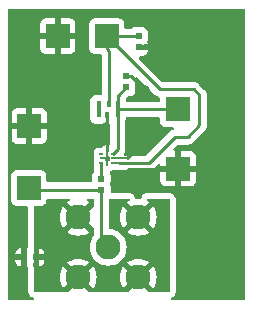
<source format=gbr>
%TF.GenerationSoftware,KiCad,Pcbnew,7.0.8*%
%TF.CreationDate,2024-07-12T13:32:41-07:00*%
%TF.ProjectId,RFBackscatterV1,52464261-636b-4736-9361-747465725631,rev?*%
%TF.SameCoordinates,Original*%
%TF.FileFunction,Copper,L1,Top*%
%TF.FilePolarity,Positive*%
%FSLAX46Y46*%
G04 Gerber Fmt 4.6, Leading zero omitted, Abs format (unit mm)*
G04 Created by KiCad (PCBNEW 7.0.8) date 2024-07-12 13:32:41*
%MOMM*%
%LPD*%
G01*
G04 APERTURE LIST*
G04 Aperture macros list*
%AMRoundRect*
0 Rectangle with rounded corners*
0 $1 Rounding radius*
0 $2 $3 $4 $5 $6 $7 $8 $9 X,Y pos of 4 corners*
0 Add a 4 corners polygon primitive as box body*
4,1,4,$2,$3,$4,$5,$6,$7,$8,$9,$2,$3,0*
0 Add four circle primitives for the rounded corners*
1,1,$1+$1,$2,$3*
1,1,$1+$1,$4,$5*
1,1,$1+$1,$6,$7*
1,1,$1+$1,$8,$9*
0 Add four rect primitives between the rounded corners*
20,1,$1+$1,$2,$3,$4,$5,0*
20,1,$1+$1,$4,$5,$6,$7,0*
20,1,$1+$1,$6,$7,$8,$9,0*
20,1,$1+$1,$8,$9,$2,$3,0*%
G04 Aperture macros list end*
%TA.AperFunction,EtchedComponent*%
%ADD10C,0.200000*%
%TD*%
%TA.AperFunction,ComponentPad*%
%ADD11C,2.108200*%
%TD*%
%TA.AperFunction,SMDPad,CuDef*%
%ADD12R,0.406400X1.397000*%
%TD*%
%TA.AperFunction,SMDPad,CuDef*%
%ADD13R,0.304800X0.508000*%
%TD*%
%TA.AperFunction,SMDPad,CuDef*%
%ADD14R,2.000000X2.000000*%
%TD*%
%TA.AperFunction,SMDPad,CuDef*%
%ADD15R,0.503199X0.549999*%
%TD*%
%TA.AperFunction,SMDPad,CuDef*%
%ADD16R,0.549999X0.503199*%
%TD*%
%TA.AperFunction,SMDPad,CuDef*%
%ADD17RoundRect,0.037500X-0.127500X-0.037500X0.127500X-0.037500X0.127500X0.037500X-0.127500X0.037500X0*%
%TD*%
%TA.AperFunction,SMDPad,CuDef*%
%ADD18RoundRect,0.037500X-0.245000X-0.037500X0.245000X-0.037500X0.245000X0.037500X-0.245000X0.037500X0*%
%TD*%
%TA.AperFunction,SMDPad,CuDef*%
%ADD19RoundRect,0.037500X0.037500X-0.245000X0.037500X0.245000X-0.037500X0.245000X-0.037500X-0.245000X0*%
%TD*%
%TA.AperFunction,ViaPad*%
%ADD20C,0.800000*%
%TD*%
%TA.AperFunction,Conductor*%
%ADD21C,0.250000*%
%TD*%
%TA.AperFunction,Conductor*%
%ADD22C,0.200000*%
%TD*%
G04 APERTURE END LIST*
%TO.C,U2*%
D10*
X170204076Y-85004001D02*
X170004076Y-85004001D01*
X170004076Y-84804001D01*
X170204076Y-84804001D01*
X170204076Y-85004001D01*
%TA.AperFunction,EtchedComponent*%
G36*
X170204076Y-85004001D02*
G01*
X170004076Y-85004001D01*
X170004076Y-84804001D01*
X170204076Y-84804001D01*
X170204076Y-85004001D01*
G37*
%TD.AperFunction*%
%TD*%
D11*
%TO.P,J1,1,1*%
%TO.N,Net-(C1-Pad2)*%
X170180000Y-92417900D03*
%TO.P,J1,2,2*%
%TO.N,Net-(C3-Pad2)*%
X172720000Y-94957900D03*
%TO.P,J1,3,3*%
X172720000Y-89877900D03*
%TO.P,J1,4,4*%
X167640000Y-89877900D03*
%TO.P,J1,5,5*%
X167640000Y-94957900D03*
%TD*%
D12*
%TO.P,U1,1,NC*%
%TO.N,unconnected-(U1-NC-Pad1)*%
X169371574Y-80754001D03*
D13*
%TO.P,U1,2,GND*%
%TO.N,GND*%
X170072600Y-81200000D03*
D12*
%TO.P,U1,3,CLK_Out*%
%TO.N,Net-(U1-CLK_Out)*%
X170971576Y-80754001D03*
D13*
%TO.P,U1,4,Vdd*%
%TO.N,+1V8*%
X170277575Y-80308002D03*
%TD*%
D14*
%TO.P,GND,1,1*%
%TO.N,GND*%
X163500000Y-82150000D03*
%TD*%
%TO.P,GND,1,1*%
%TO.N,GND*%
X176100000Y-85765200D03*
%TD*%
%TO.P,C_O,1,1*%
%TO.N,Net-(U1-CLK_Out)*%
X176050000Y-80750000D03*
%TD*%
%TO.P,O2,1,1*%
%TO.N,Net-(C1-Pad2)*%
X163450000Y-87400000D03*
%TD*%
%TO.P,VDD,1,1*%
%TO.N,+1V8*%
X170050000Y-74550000D03*
%TD*%
D15*
%TO.P,C3,1*%
%TO.N,GND*%
X163073401Y-93250000D03*
%TO.P,C3,2*%
%TO.N,Net-(C3-Pad2)*%
X164026599Y-93250000D03*
%TD*%
D14*
%TO.P,GND,1,1*%
%TO.N,GND*%
X165900000Y-74550000D03*
%TD*%
D16*
%TO.P,C4,1*%
%TO.N,+1V8*%
X172750000Y-74523401D03*
%TO.P,C4,2*%
%TO.N,GND*%
X172750000Y-75476599D03*
%TD*%
%TO.P,C2,1*%
%TO.N,Net-(U1-CLK_Out)*%
X171700000Y-78876599D03*
%TO.P,C2,2*%
%TO.N,GND*%
X171700000Y-77923401D03*
%TD*%
%TO.P,C1,2*%
%TO.N,Net-(C1-Pad2)*%
X169600000Y-87553198D03*
%TO.P,C1,1*%
%TO.N,Net-(U2-OUTPUT2)*%
X169600000Y-86600000D03*
%TD*%
D17*
%TO.P,U2,1,OUTPUT1*%
%TO.N,unconnected-(U2-OUTPUT1-Pad1)*%
X169604076Y-84554001D03*
D18*
%TO.P,U2,2,GND*%
%TO.N,GND*%
X169721576Y-84904001D03*
D19*
X170104076Y-84554001D03*
X170104076Y-85254001D03*
D17*
%TO.P,U2,3,OUTPUT2*%
%TO.N,Net-(U2-OUTPUT2)*%
X169604076Y-85254001D03*
%TO.P,U2,4,VCTL2*%
%TO.N,+1V8*%
X170604076Y-85254001D03*
%TO.P,U2,5,INPUT*%
%TO.N,GND*%
X170604076Y-84904001D03*
%TO.P,U2,6,VCTL1*%
%TO.N,Net-(U1-CLK_Out)*%
X170604076Y-84554001D03*
%TD*%
D20*
%TO.N,GND*%
X170750000Y-86950000D03*
X173300000Y-79100000D03*
X172700000Y-83000000D03*
%TD*%
D21*
%TO.N,GND*%
X171700000Y-77923401D02*
X172123401Y-77923401D01*
X172123401Y-77923401D02*
X173300000Y-79100000D01*
%TO.N,+1V8*%
X176900000Y-83100000D02*
X175800000Y-83100000D01*
X177900000Y-82100000D02*
X176900000Y-83100000D01*
X175800000Y-83100000D02*
X173623000Y-85277000D01*
X177900000Y-79550000D02*
X177900000Y-82100000D01*
X177400000Y-79050000D02*
X177900000Y-79550000D01*
X173623000Y-85277000D02*
X171100000Y-85277000D01*
X174550000Y-79050000D02*
X177400000Y-79050000D01*
X170050000Y-74550000D02*
X174550000Y-79050000D01*
X172723401Y-74550000D02*
X172750000Y-74523401D01*
X170050000Y-74550000D02*
X172723401Y-74550000D01*
X170277575Y-80308002D02*
X170277575Y-75822425D01*
%TO.N,GND*%
X171934800Y-85765200D02*
X170750000Y-86950000D01*
X176100000Y-85765200D02*
X171934800Y-85765200D01*
%TO.N,Net-(U1-CLK_Out)*%
X170975577Y-80750000D02*
X170971576Y-80754001D01*
X176050000Y-80750000D02*
X170975577Y-80750000D01*
%TO.N,+1V8*%
X170050000Y-75594850D02*
X170050000Y-74550000D01*
X170277575Y-75822425D02*
X170050000Y-75594850D01*
%TO.N,GND*%
X172700000Y-84000000D02*
X171800000Y-84900000D01*
X172700000Y-83000000D02*
X172700000Y-84000000D01*
X170750000Y-87100000D02*
X170800000Y-87150000D01*
X170750000Y-86950000D02*
X170750000Y-87100000D01*
D22*
X170700000Y-84900000D02*
X171800000Y-84900000D01*
%TO.N,+1V8*%
X171100000Y-85250000D02*
X170650000Y-85250000D01*
D21*
%TO.N,Net-(U1-CLK_Out)*%
X170971576Y-80754001D02*
X170971576Y-79605023D01*
X170971576Y-79605023D02*
X171700000Y-78876599D01*
%TO.N,Net-(U2-OUTPUT2)*%
X169600000Y-85308077D02*
X169604076Y-85304001D01*
X169600000Y-86600000D02*
X169600000Y-85308077D01*
%TO.N,Net-(C1-Pad2)*%
X169596802Y-87550000D02*
X169600000Y-87553198D01*
X164526599Y-87550000D02*
X169596802Y-87550000D01*
X169600000Y-91837900D02*
X170180000Y-92417900D01*
X169600000Y-87553198D02*
X169600000Y-91637900D01*
%TO.N,GND*%
X170071576Y-84254001D02*
X170071576Y-82154001D01*
X170071576Y-82254001D02*
X170071576Y-81254001D01*
%TO.N,Net-(U1-CLK_Out)*%
X170971576Y-84136501D02*
X170604076Y-84504001D01*
X170971576Y-80754001D02*
X170971576Y-84136501D01*
%TO.N,GND*%
X170100000Y-81200000D02*
X170100000Y-81204001D01*
X170072600Y-81200000D02*
X170100000Y-81200000D01*
%TD*%
%TA.AperFunction,Conductor*%
%TO.N,GND*%
G36*
X181742539Y-72270185D02*
G01*
X181788294Y-72322989D01*
X181799500Y-72374500D01*
X181799500Y-96775500D01*
X181779815Y-96842539D01*
X181727011Y-96888294D01*
X181675500Y-96899500D01*
X175646381Y-96899500D01*
X175579342Y-96879815D01*
X175533587Y-96827011D01*
X175523643Y-96757853D01*
X175552668Y-96694297D01*
X175579341Y-96671185D01*
X175658537Y-96620288D01*
X175658537Y-96620287D01*
X175658543Y-96620284D01*
X175711347Y-96574529D01*
X175805567Y-96465795D01*
X175865338Y-96334918D01*
X175885023Y-96267879D01*
X175885024Y-96267875D01*
X175905500Y-96125459D01*
X175905500Y-88424000D01*
X175893947Y-88316544D01*
X175882741Y-88265033D01*
X175864055Y-88208891D01*
X175848616Y-88162502D01*
X175848613Y-88162496D01*
X175770828Y-88041462D01*
X175770825Y-88041457D01*
X175754007Y-88022048D01*
X175725076Y-87988659D01*
X175725072Y-87988656D01*
X175725070Y-87988653D01*
X175616336Y-87894433D01*
X175616333Y-87894431D01*
X175616331Y-87894430D01*
X175485465Y-87834664D01*
X175485460Y-87834662D01*
X175485459Y-87834662D01*
X175462858Y-87828025D01*
X175418425Y-87814978D01*
X175418419Y-87814976D01*
X175317342Y-87800444D01*
X175276000Y-87794500D01*
X173559135Y-87794500D01*
X173481845Y-87800444D01*
X173481840Y-87800444D01*
X173481837Y-87800445D01*
X173444363Y-87806243D01*
X173368889Y-87823935D01*
X173368883Y-87823937D01*
X173239318Y-87886496D01*
X173181370Y-87925516D01*
X173181358Y-87925526D01*
X173074672Y-88022047D01*
X173074671Y-88022048D01*
X172999488Y-88144736D01*
X172971840Y-88208878D01*
X172971836Y-88208886D01*
X172964420Y-88236303D01*
X172927913Y-88295877D01*
X172864994Y-88326257D01*
X172834993Y-88327543D01*
X172774063Y-88322747D01*
X172720000Y-88318493D01*
X172719999Y-88318493D01*
X172604614Y-88327573D01*
X172536237Y-88313208D01*
X172486480Y-88264156D01*
X172475909Y-88238890D01*
X172475149Y-88236303D01*
X172453478Y-88162496D01*
X172375690Y-88041457D01*
X172358872Y-88022048D01*
X172329941Y-87988659D01*
X172329937Y-87988656D01*
X172329935Y-87988653D01*
X172221201Y-87894433D01*
X172221198Y-87894431D01*
X172221196Y-87894430D01*
X172090330Y-87834664D01*
X172090325Y-87834662D01*
X172090324Y-87834662D01*
X172067723Y-87828025D01*
X172023290Y-87814978D01*
X172023284Y-87814976D01*
X171922207Y-87800444D01*
X171880865Y-87794500D01*
X171880863Y-87794500D01*
X170499500Y-87794500D01*
X170432461Y-87774815D01*
X170386706Y-87722011D01*
X170375500Y-87670500D01*
X170375499Y-87253727D01*
X170375498Y-87253721D01*
X170369091Y-87194116D01*
X170369091Y-87194115D01*
X170341421Y-87119930D01*
X170336438Y-87050241D01*
X170341423Y-87033265D01*
X170369088Y-86959091D01*
X170369089Y-86959088D01*
X170369088Y-86959088D01*
X170369091Y-86959083D01*
X170375500Y-86899473D01*
X170375499Y-86300528D01*
X170369091Y-86240917D01*
X170329082Y-86133649D01*
X170324099Y-86063960D01*
X170350724Y-86015200D01*
X174600000Y-86015200D01*
X174600000Y-86813044D01*
X174606401Y-86872572D01*
X174606403Y-86872579D01*
X174656645Y-87007286D01*
X174656649Y-87007293D01*
X174742809Y-87122387D01*
X174742812Y-87122390D01*
X174857906Y-87208550D01*
X174857913Y-87208554D01*
X174992620Y-87258796D01*
X174992627Y-87258798D01*
X175052155Y-87265199D01*
X175052172Y-87265200D01*
X175850000Y-87265200D01*
X175850000Y-86015200D01*
X176350000Y-86015200D01*
X176350000Y-87265200D01*
X177147828Y-87265200D01*
X177147844Y-87265199D01*
X177207372Y-87258798D01*
X177207379Y-87258796D01*
X177342086Y-87208554D01*
X177342093Y-87208550D01*
X177457187Y-87122390D01*
X177457190Y-87122387D01*
X177543350Y-87007293D01*
X177543354Y-87007286D01*
X177593596Y-86872579D01*
X177593598Y-86872572D01*
X177599999Y-86813044D01*
X177600000Y-86813027D01*
X177600000Y-86015200D01*
X176350000Y-86015200D01*
X175850000Y-86015200D01*
X174600000Y-86015200D01*
X170350724Y-86015200D01*
X170357584Y-86002637D01*
X170399779Y-85974962D01*
X170407486Y-85971922D01*
X170531977Y-85877518D01*
X170533763Y-85879873D01*
X170582367Y-85853334D01*
X170608725Y-85850500D01*
X170610639Y-85850500D01*
X170812973Y-85850500D01*
X170859781Y-85862516D01*
X170860649Y-85860324D01*
X170867903Y-85863195D01*
X170867905Y-85863195D01*
X170867908Y-85863197D01*
X171020981Y-85902500D01*
X173540257Y-85902500D01*
X173555877Y-85904224D01*
X173555904Y-85903939D01*
X173563660Y-85904671D01*
X173563667Y-85904673D01*
X173632814Y-85902500D01*
X173662350Y-85902500D01*
X173669228Y-85901630D01*
X173675041Y-85901172D01*
X173721627Y-85899709D01*
X173740869Y-85894117D01*
X173759912Y-85890174D01*
X173779792Y-85887664D01*
X173823122Y-85870507D01*
X173828646Y-85868617D01*
X173832396Y-85867527D01*
X173873390Y-85855618D01*
X173890629Y-85845422D01*
X173908103Y-85836862D01*
X173926727Y-85829488D01*
X173926727Y-85829487D01*
X173926732Y-85829486D01*
X173964449Y-85802082D01*
X173969305Y-85798892D01*
X174009420Y-85775170D01*
X174023589Y-85760999D01*
X174038379Y-85748368D01*
X174054587Y-85736594D01*
X174084299Y-85700676D01*
X174088212Y-85696376D01*
X174388319Y-85396269D01*
X174449642Y-85362785D01*
X174519334Y-85367769D01*
X174575267Y-85409641D01*
X174599684Y-85475105D01*
X174600000Y-85483951D01*
X174600000Y-85515200D01*
X175850000Y-85515200D01*
X175850000Y-84265200D01*
X176350000Y-84265200D01*
X176350000Y-85515200D01*
X177600000Y-85515200D01*
X177600000Y-84717372D01*
X177599999Y-84717355D01*
X177593598Y-84657827D01*
X177593596Y-84657820D01*
X177543354Y-84523113D01*
X177543350Y-84523106D01*
X177457190Y-84408012D01*
X177457187Y-84408009D01*
X177342093Y-84321849D01*
X177342086Y-84321845D01*
X177207379Y-84271603D01*
X177207372Y-84271601D01*
X177147844Y-84265200D01*
X176350000Y-84265200D01*
X175850000Y-84265200D01*
X175818752Y-84265200D01*
X175751713Y-84245515D01*
X175705958Y-84192711D01*
X175696014Y-84123553D01*
X175725039Y-84059997D01*
X175731061Y-84053528D01*
X176022772Y-83761819D01*
X176084095Y-83728334D01*
X176110453Y-83725500D01*
X176817257Y-83725500D01*
X176832877Y-83727224D01*
X176832904Y-83726939D01*
X176840660Y-83727671D01*
X176840667Y-83727673D01*
X176909814Y-83725500D01*
X176939350Y-83725500D01*
X176946228Y-83724630D01*
X176952041Y-83724172D01*
X176998627Y-83722709D01*
X177017869Y-83717117D01*
X177036912Y-83713174D01*
X177056792Y-83710664D01*
X177100122Y-83693507D01*
X177105646Y-83691617D01*
X177109396Y-83690527D01*
X177150390Y-83678618D01*
X177167629Y-83668422D01*
X177185103Y-83659862D01*
X177203727Y-83652488D01*
X177203727Y-83652487D01*
X177203732Y-83652486D01*
X177241449Y-83625082D01*
X177246305Y-83621892D01*
X177286420Y-83598170D01*
X177300589Y-83583999D01*
X177315379Y-83571368D01*
X177331587Y-83559594D01*
X177361299Y-83523676D01*
X177365212Y-83519376D01*
X178283786Y-82600802D01*
X178296048Y-82590980D01*
X178295865Y-82590759D01*
X178301867Y-82585792D01*
X178301877Y-82585786D01*
X178349241Y-82535348D01*
X178370120Y-82514470D01*
X178374373Y-82508986D01*
X178378150Y-82504563D01*
X178410062Y-82470582D01*
X178419714Y-82453023D01*
X178430389Y-82436772D01*
X178442674Y-82420936D01*
X178461186Y-82378152D01*
X178463742Y-82372935D01*
X178486197Y-82332092D01*
X178491180Y-82312680D01*
X178497477Y-82294291D01*
X178505438Y-82275895D01*
X178512729Y-82229853D01*
X178513908Y-82224162D01*
X178525500Y-82179019D01*
X178525500Y-82158983D01*
X178527027Y-82139582D01*
X178530160Y-82119804D01*
X178525775Y-82073415D01*
X178525500Y-82067577D01*
X178525500Y-79632742D01*
X178527224Y-79617122D01*
X178526939Y-79617096D01*
X178527671Y-79609340D01*
X178527673Y-79609333D01*
X178525500Y-79540185D01*
X178525500Y-79510650D01*
X178524631Y-79503772D01*
X178524172Y-79497943D01*
X178522709Y-79451372D01*
X178517122Y-79432144D01*
X178513174Y-79413084D01*
X178510663Y-79393204D01*
X178493512Y-79349887D01*
X178491619Y-79344358D01*
X178478618Y-79299609D01*
X178478616Y-79299606D01*
X178468423Y-79282371D01*
X178459861Y-79264894D01*
X178452487Y-79246270D01*
X178452486Y-79246268D01*
X178425079Y-79208545D01*
X178421888Y-79203686D01*
X178398172Y-79163583D01*
X178398165Y-79163574D01*
X178384006Y-79149415D01*
X178371368Y-79134619D01*
X178359594Y-79118413D01*
X178323688Y-79088709D01*
X178319376Y-79084786D01*
X177900806Y-78666216D01*
X177890981Y-78653952D01*
X177890760Y-78654136D01*
X177885785Y-78648121D01*
X177859038Y-78623004D01*
X177835364Y-78600773D01*
X177824919Y-78590328D01*
X177814475Y-78579883D01*
X177808986Y-78575625D01*
X177804561Y-78571847D01*
X177770582Y-78539938D01*
X177770580Y-78539936D01*
X177770577Y-78539935D01*
X177753029Y-78530288D01*
X177736763Y-78519604D01*
X177720936Y-78507327D01*
X177720935Y-78507326D01*
X177720933Y-78507325D01*
X177678168Y-78488818D01*
X177672922Y-78486248D01*
X177632093Y-78463803D01*
X177632092Y-78463802D01*
X177612693Y-78458822D01*
X177594281Y-78452518D01*
X177575898Y-78444562D01*
X177575892Y-78444560D01*
X177529874Y-78437272D01*
X177524152Y-78436087D01*
X177479021Y-78424500D01*
X177479019Y-78424500D01*
X177458984Y-78424500D01*
X177439586Y-78422973D01*
X177432162Y-78421797D01*
X177419805Y-78419840D01*
X177419804Y-78419840D01*
X177373416Y-78424225D01*
X177367578Y-78424500D01*
X174860452Y-78424500D01*
X174793413Y-78404815D01*
X174772771Y-78388181D01*
X172824471Y-76439880D01*
X172790986Y-76378557D01*
X172795970Y-76308865D01*
X172837842Y-76252932D01*
X172903306Y-76228515D01*
X172912152Y-76228199D01*
X173072828Y-76228199D01*
X173072844Y-76228198D01*
X173132372Y-76221797D01*
X173132379Y-76221795D01*
X173267086Y-76171553D01*
X173267093Y-76171549D01*
X173382187Y-76085389D01*
X173382190Y-76085386D01*
X173468350Y-75970292D01*
X173468354Y-75970285D01*
X173518596Y-75835578D01*
X173518598Y-75835571D01*
X173524999Y-75776043D01*
X173525000Y-75776026D01*
X173525000Y-75726599D01*
X172624000Y-75726599D01*
X172556961Y-75706914D01*
X172511206Y-75654110D01*
X172500000Y-75602599D01*
X172500000Y-75399500D01*
X172519685Y-75332461D01*
X172572489Y-75286706D01*
X172623996Y-75275500D01*
X173072872Y-75275500D01*
X173132483Y-75269092D01*
X173225452Y-75234417D01*
X173268785Y-75226599D01*
X173525000Y-75226599D01*
X173525000Y-75177171D01*
X173524999Y-75177154D01*
X173518597Y-75117621D01*
X173518597Y-75117619D01*
X173491156Y-75044048D01*
X173486171Y-74974356D01*
X173491150Y-74957395D01*
X173519091Y-74882484D01*
X173525500Y-74822874D01*
X173525499Y-74223929D01*
X173519091Y-74164318D01*
X173468796Y-74029470D01*
X173468795Y-74029469D01*
X173468793Y-74029465D01*
X173382547Y-73914256D01*
X173382544Y-73914253D01*
X173267335Y-73828007D01*
X173267328Y-73828003D01*
X173132486Y-73777711D01*
X173132485Y-73777710D01*
X173132483Y-73777710D01*
X173072873Y-73771301D01*
X173072863Y-73771301D01*
X172427129Y-73771301D01*
X172427123Y-73771302D01*
X172367516Y-73777709D01*
X172232671Y-73828003D01*
X172232668Y-73828005D01*
X172136807Y-73899767D01*
X172071343Y-73924184D01*
X172062496Y-73924500D01*
X171674499Y-73924500D01*
X171607460Y-73904815D01*
X171561705Y-73852011D01*
X171550499Y-73800500D01*
X171550499Y-73502129D01*
X171550498Y-73502123D01*
X171550497Y-73502116D01*
X171544091Y-73442517D01*
X171493884Y-73307906D01*
X171493797Y-73307671D01*
X171493793Y-73307664D01*
X171407547Y-73192455D01*
X171407544Y-73192452D01*
X171292335Y-73106206D01*
X171292328Y-73106202D01*
X171157482Y-73055908D01*
X171157483Y-73055908D01*
X171097883Y-73049501D01*
X171097881Y-73049500D01*
X171097873Y-73049500D01*
X171097864Y-73049500D01*
X169002129Y-73049500D01*
X169002123Y-73049501D01*
X168942516Y-73055908D01*
X168807671Y-73106202D01*
X168807664Y-73106206D01*
X168692455Y-73192452D01*
X168692452Y-73192455D01*
X168606206Y-73307664D01*
X168606202Y-73307671D01*
X168555908Y-73442517D01*
X168549501Y-73502116D01*
X168549501Y-73502123D01*
X168549500Y-73502135D01*
X168549500Y-75597870D01*
X168549501Y-75597876D01*
X168555908Y-75657483D01*
X168606202Y-75792328D01*
X168606206Y-75792335D01*
X168692452Y-75907544D01*
X168692455Y-75907547D01*
X168807664Y-75993793D01*
X168807671Y-75993797D01*
X168852618Y-76010561D01*
X168942517Y-76044091D01*
X169002127Y-76050500D01*
X169528075Y-76050499D01*
X169595114Y-76070183D01*
X169640869Y-76122987D01*
X169652075Y-76174499D01*
X169652075Y-79431001D01*
X169632390Y-79498040D01*
X169579586Y-79543795D01*
X169528075Y-79555001D01*
X169120503Y-79555001D01*
X169120497Y-79555002D01*
X169060890Y-79561409D01*
X168926045Y-79611703D01*
X168926038Y-79611707D01*
X168810829Y-79697953D01*
X168810826Y-79697956D01*
X168724580Y-79813165D01*
X168724576Y-79813172D01*
X168674282Y-79948018D01*
X168667875Y-80007617D01*
X168667874Y-80007636D01*
X168667874Y-81500371D01*
X168667875Y-81500377D01*
X168674282Y-81559984D01*
X168724576Y-81694829D01*
X168724580Y-81694836D01*
X168810826Y-81810045D01*
X168810829Y-81810048D01*
X168926038Y-81896294D01*
X168926045Y-81896298D01*
X168935971Y-81900000D01*
X169060891Y-81946592D01*
X169120501Y-81953001D01*
X169622646Y-81953000D01*
X169682257Y-81946592D01*
X169702856Y-81938908D01*
X169772545Y-81933922D01*
X169789527Y-81938908D01*
X169812824Y-81947597D01*
X169812827Y-81947598D01*
X169872355Y-81953999D01*
X169872372Y-81954000D01*
X169920200Y-81954000D01*
X169920200Y-81867508D01*
X169939885Y-81800469D01*
X169944925Y-81793208D01*
X170001734Y-81717322D01*
X170057668Y-81675452D01*
X170127360Y-81670468D01*
X170188682Y-81703954D01*
X170222167Y-81765277D01*
X170225000Y-81791634D01*
X170225000Y-81954000D01*
X170226215Y-81955215D01*
X170289115Y-81973685D01*
X170334870Y-82026489D01*
X170346076Y-82078000D01*
X170346076Y-83651224D01*
X170326391Y-83718263D01*
X170273587Y-83764018D01*
X170207293Y-83774340D01*
X170183649Y-83771501D01*
X170024504Y-83771501D01*
X169938117Y-83781874D01*
X169800668Y-83836077D01*
X169800662Y-83836080D01*
X169682932Y-83925358D01*
X169679849Y-83929424D01*
X169623658Y-83970949D01*
X169581044Y-83978501D01*
X169434457Y-83978501D01*
X169348001Y-83988883D01*
X169348000Y-83988883D01*
X169210415Y-84043140D01*
X169092575Y-84132500D01*
X169003215Y-84250340D01*
X168948958Y-84387925D01*
X168948958Y-84387926D01*
X168940611Y-84457436D01*
X168938576Y-84474383D01*
X168938576Y-84633619D01*
X168944096Y-84679588D01*
X168948507Y-84716319D01*
X168948507Y-84745885D01*
X168939076Y-84824428D01*
X168939076Y-84983573D01*
X168948507Y-85062117D01*
X168948507Y-85091683D01*
X168943646Y-85132163D01*
X168938576Y-85174383D01*
X168938576Y-85174388D01*
X168938576Y-85333619D01*
X168948958Y-85420075D01*
X168948959Y-85420078D01*
X168965854Y-85462921D01*
X168974500Y-85508410D01*
X168974500Y-85940169D01*
X168954815Y-86007208D01*
X168949767Y-86014480D01*
X168881204Y-86106068D01*
X168881202Y-86106071D01*
X168830910Y-86240913D01*
X168830909Y-86240917D01*
X168824500Y-86300527D01*
X168824500Y-86300534D01*
X168824500Y-86300535D01*
X168824500Y-86300536D01*
X168824501Y-86800500D01*
X168804817Y-86867539D01*
X168752013Y-86913294D01*
X168700501Y-86924500D01*
X165074499Y-86924500D01*
X165007460Y-86904815D01*
X164961705Y-86852011D01*
X164950499Y-86800500D01*
X164950499Y-86352129D01*
X164950498Y-86352123D01*
X164950497Y-86352116D01*
X164944091Y-86292517D01*
X164924845Y-86240917D01*
X164893797Y-86157671D01*
X164893793Y-86157664D01*
X164807547Y-86042455D01*
X164807544Y-86042452D01*
X164692335Y-85956206D01*
X164692328Y-85956202D01*
X164557482Y-85905908D01*
X164557483Y-85905908D01*
X164497883Y-85899501D01*
X164497881Y-85899500D01*
X164497873Y-85899500D01*
X164497864Y-85899500D01*
X162402129Y-85899500D01*
X162402123Y-85899501D01*
X162342516Y-85905908D01*
X162207671Y-85956202D01*
X162207664Y-85956206D01*
X162092455Y-86042452D01*
X162092452Y-86042455D01*
X162006206Y-86157664D01*
X162006202Y-86157671D01*
X161955908Y-86292517D01*
X161949501Y-86352116D01*
X161949501Y-86352123D01*
X161949500Y-86352135D01*
X161949500Y-88447870D01*
X161949501Y-88447876D01*
X161955908Y-88507483D01*
X162006202Y-88642328D01*
X162006206Y-88642335D01*
X162092452Y-88757544D01*
X162092455Y-88757547D01*
X162207664Y-88843793D01*
X162207671Y-88843797D01*
X162342517Y-88894091D01*
X162342516Y-88894091D01*
X162349444Y-88894835D01*
X162402127Y-88900500D01*
X163270500Y-88900499D01*
X163337539Y-88920183D01*
X163383294Y-88972987D01*
X163394500Y-89024499D01*
X163394500Y-92352539D01*
X163374815Y-92419578D01*
X163358181Y-92440220D01*
X163323401Y-92475000D01*
X163323401Y-92731215D01*
X163315582Y-92774548D01*
X163280908Y-92867517D01*
X163274499Y-92927127D01*
X163274499Y-92927134D01*
X163274499Y-92927135D01*
X163274499Y-93572870D01*
X163274500Y-93572876D01*
X163280907Y-93632483D01*
X163315583Y-93725451D01*
X163323401Y-93768784D01*
X163323401Y-94025000D01*
X163327591Y-94029190D01*
X163361076Y-94090513D01*
X163363719Y-94109992D01*
X163378305Y-94372537D01*
X163394405Y-94662328D01*
X163394500Y-94665747D01*
X163394500Y-96076538D01*
X163405820Y-96182916D01*
X163416802Y-96233933D01*
X163416807Y-96233949D01*
X163450254Y-96335549D01*
X163450256Y-96335551D01*
X163527518Y-96456928D01*
X163527519Y-96456930D01*
X163527521Y-96456932D01*
X163547357Y-96480026D01*
X163573043Y-96509930D01*
X163573045Y-96509931D01*
X163573047Y-96509934D01*
X163681358Y-96604615D01*
X163681366Y-96604621D01*
X163807592Y-96662931D01*
X163860196Y-96708915D01*
X163879589Y-96776039D01*
X163859613Y-96842993D01*
X163806610Y-96888517D01*
X163755590Y-96899500D01*
X161774500Y-96899500D01*
X161707461Y-96879815D01*
X161661706Y-96827011D01*
X161650500Y-96775500D01*
X161650500Y-93500000D01*
X162321801Y-93500000D01*
X162321801Y-93572844D01*
X162328202Y-93632372D01*
X162328204Y-93632379D01*
X162378446Y-93767086D01*
X162378450Y-93767093D01*
X162464610Y-93882187D01*
X162464613Y-93882190D01*
X162579707Y-93968350D01*
X162579714Y-93968354D01*
X162714421Y-94018596D01*
X162714428Y-94018598D01*
X162773956Y-94024999D01*
X162773973Y-94025000D01*
X162823401Y-94025000D01*
X162823401Y-93500000D01*
X162321801Y-93500000D01*
X161650500Y-93500000D01*
X161650500Y-93000000D01*
X162321801Y-93000000D01*
X162823401Y-93000000D01*
X162823401Y-92475000D01*
X162773956Y-92475000D01*
X162714428Y-92481401D01*
X162714421Y-92481403D01*
X162579714Y-92531645D01*
X162579707Y-92531649D01*
X162464613Y-92617809D01*
X162464610Y-92617812D01*
X162378450Y-92732906D01*
X162378446Y-92732913D01*
X162328204Y-92867620D01*
X162328202Y-92867627D01*
X162321801Y-92927155D01*
X162321801Y-93000000D01*
X161650500Y-93000000D01*
X161650500Y-82400000D01*
X162000000Y-82400000D01*
X162000000Y-83197844D01*
X162006401Y-83257372D01*
X162006403Y-83257379D01*
X162056645Y-83392086D01*
X162056649Y-83392093D01*
X162142809Y-83507187D01*
X162142812Y-83507190D01*
X162257906Y-83593350D01*
X162257913Y-83593354D01*
X162392620Y-83643596D01*
X162392627Y-83643598D01*
X162452155Y-83649999D01*
X162452172Y-83650000D01*
X163250000Y-83650000D01*
X163250000Y-82400000D01*
X163750000Y-82400000D01*
X163750000Y-83650000D01*
X164547828Y-83650000D01*
X164547844Y-83649999D01*
X164607372Y-83643598D01*
X164607379Y-83643596D01*
X164742086Y-83593354D01*
X164742093Y-83593350D01*
X164857187Y-83507190D01*
X164857190Y-83507187D01*
X164943350Y-83392093D01*
X164943354Y-83392086D01*
X164993596Y-83257379D01*
X164993598Y-83257372D01*
X164999999Y-83197844D01*
X165000000Y-83197827D01*
X165000000Y-82400000D01*
X163750000Y-82400000D01*
X163250000Y-82400000D01*
X162000000Y-82400000D01*
X161650500Y-82400000D01*
X161650500Y-81900000D01*
X162000000Y-81900000D01*
X163250000Y-81900000D01*
X163250000Y-80650000D01*
X163750000Y-80650000D01*
X163750000Y-81900000D01*
X165000000Y-81900000D01*
X165000000Y-81102172D01*
X164999999Y-81102155D01*
X164993598Y-81042627D01*
X164993596Y-81042620D01*
X164943354Y-80907913D01*
X164943350Y-80907906D01*
X164857190Y-80792812D01*
X164857187Y-80792809D01*
X164742093Y-80706649D01*
X164742086Y-80706645D01*
X164607379Y-80656403D01*
X164607372Y-80656401D01*
X164547844Y-80650000D01*
X163750000Y-80650000D01*
X163250000Y-80650000D01*
X162452155Y-80650000D01*
X162392627Y-80656401D01*
X162392620Y-80656403D01*
X162257913Y-80706645D01*
X162257906Y-80706649D01*
X162142812Y-80792809D01*
X162142809Y-80792812D01*
X162056649Y-80907906D01*
X162056645Y-80907913D01*
X162006403Y-81042620D01*
X162006401Y-81042627D01*
X162000000Y-81102155D01*
X162000000Y-81900000D01*
X161650500Y-81900000D01*
X161650500Y-74800000D01*
X164400000Y-74800000D01*
X164400000Y-75597844D01*
X164406401Y-75657372D01*
X164406403Y-75657379D01*
X164456645Y-75792086D01*
X164456649Y-75792093D01*
X164542809Y-75907187D01*
X164542812Y-75907190D01*
X164657906Y-75993350D01*
X164657913Y-75993354D01*
X164792620Y-76043596D01*
X164792627Y-76043598D01*
X164852155Y-76049999D01*
X164852172Y-76050000D01*
X165650000Y-76050000D01*
X165650000Y-74800000D01*
X166150000Y-74800000D01*
X166150000Y-76050000D01*
X166947828Y-76050000D01*
X166947844Y-76049999D01*
X167007372Y-76043598D01*
X167007379Y-76043596D01*
X167142086Y-75993354D01*
X167142093Y-75993350D01*
X167257187Y-75907190D01*
X167257190Y-75907187D01*
X167343350Y-75792093D01*
X167343354Y-75792086D01*
X167393596Y-75657379D01*
X167393598Y-75657372D01*
X167399999Y-75597844D01*
X167400000Y-75597827D01*
X167400000Y-74800000D01*
X166150000Y-74800000D01*
X165650000Y-74800000D01*
X164400000Y-74800000D01*
X161650500Y-74800000D01*
X161650500Y-74300000D01*
X164400000Y-74300000D01*
X165650000Y-74300000D01*
X165650000Y-73050000D01*
X166150000Y-73050000D01*
X166150000Y-74300000D01*
X167400000Y-74300000D01*
X167400000Y-73502172D01*
X167399999Y-73502155D01*
X167393598Y-73442627D01*
X167393596Y-73442620D01*
X167343354Y-73307913D01*
X167343350Y-73307906D01*
X167257190Y-73192812D01*
X167257187Y-73192809D01*
X167142093Y-73106649D01*
X167142086Y-73106645D01*
X167007379Y-73056403D01*
X167007372Y-73056401D01*
X166947844Y-73050000D01*
X166150000Y-73050000D01*
X165650000Y-73050000D01*
X164852155Y-73050000D01*
X164792627Y-73056401D01*
X164792620Y-73056403D01*
X164657913Y-73106645D01*
X164657906Y-73106649D01*
X164542812Y-73192809D01*
X164542809Y-73192812D01*
X164456649Y-73307906D01*
X164456645Y-73307913D01*
X164406403Y-73442620D01*
X164406401Y-73442627D01*
X164400000Y-73502155D01*
X164400000Y-74300000D01*
X161650500Y-74300000D01*
X161650500Y-72374500D01*
X161670185Y-72307461D01*
X161722989Y-72261706D01*
X161774500Y-72250500D01*
X181675500Y-72250500D01*
X181742539Y-72270185D01*
G37*
%TD.AperFunction*%
%TA.AperFunction,Conductor*%
G36*
X174492540Y-81395185D02*
G01*
X174538295Y-81447989D01*
X174549501Y-81499500D01*
X174549501Y-81797876D01*
X174555908Y-81857483D01*
X174606202Y-81992328D01*
X174606206Y-81992335D01*
X174692452Y-82107544D01*
X174692455Y-82107547D01*
X174807664Y-82193793D01*
X174807671Y-82193797D01*
X174942517Y-82244091D01*
X174942516Y-82244091D01*
X174949444Y-82244835D01*
X175002127Y-82250500D01*
X175596410Y-82250499D01*
X175663447Y-82270183D01*
X175709202Y-82322987D01*
X175719146Y-82392146D01*
X175690121Y-82455702D01*
X175642054Y-82489792D01*
X175599885Y-82506487D01*
X175594358Y-82508379D01*
X175549614Y-82521379D01*
X175549610Y-82521381D01*
X175532366Y-82531579D01*
X175514905Y-82540133D01*
X175496274Y-82547510D01*
X175496262Y-82547517D01*
X175458570Y-82574902D01*
X175453687Y-82578109D01*
X175413580Y-82601829D01*
X175399414Y-82615995D01*
X175384624Y-82628627D01*
X175368414Y-82640404D01*
X175368411Y-82640407D01*
X175338710Y-82676309D01*
X175334777Y-82680631D01*
X173400228Y-84615181D01*
X173338905Y-84648666D01*
X173312547Y-84651500D01*
X171616834Y-84651500D01*
X171549795Y-84631815D01*
X171504040Y-84579011D01*
X171494096Y-84509853D01*
X171512868Y-84465688D01*
X171510276Y-84464155D01*
X171514246Y-84457440D01*
X171514249Y-84457437D01*
X171532761Y-84414654D01*
X171535314Y-84409442D01*
X171557773Y-84368593D01*
X171562756Y-84349181D01*
X171569057Y-84330781D01*
X171577013Y-84312397D01*
X171584305Y-84266353D01*
X171585482Y-84260672D01*
X171597076Y-84215520D01*
X171597076Y-84195484D01*
X171598603Y-84176083D01*
X171601736Y-84156305D01*
X171597351Y-84109916D01*
X171597076Y-84104078D01*
X171597076Y-81764818D01*
X171615198Y-81703098D01*
X171614320Y-81702619D01*
X171616526Y-81698578D01*
X171616761Y-81697779D01*
X171617705Y-81696418D01*
X171618569Y-81694836D01*
X171618568Y-81694836D01*
X171618572Y-81694832D01*
X171668867Y-81559984D01*
X171675276Y-81500374D01*
X171675276Y-81499500D01*
X171675332Y-81499306D01*
X171675454Y-81497049D01*
X171675987Y-81497077D01*
X171694961Y-81432461D01*
X171747765Y-81386706D01*
X171799276Y-81375500D01*
X174425501Y-81375500D01*
X174492540Y-81395185D01*
G37*
%TD.AperFunction*%
%TA.AperFunction,Conductor*%
G36*
X172680203Y-78065239D02*
G01*
X172686672Y-78071263D01*
X173382917Y-78767508D01*
X174049197Y-79433788D01*
X174059022Y-79446051D01*
X174059243Y-79445869D01*
X174064214Y-79451878D01*
X174090217Y-79476295D01*
X174114635Y-79499226D01*
X174135529Y-79520120D01*
X174141011Y-79524373D01*
X174145443Y-79528157D01*
X174179418Y-79560062D01*
X174196976Y-79569714D01*
X174213233Y-79580393D01*
X174229064Y-79592673D01*
X174248737Y-79601186D01*
X174271833Y-79611182D01*
X174277077Y-79613750D01*
X174317908Y-79636197D01*
X174330523Y-79639435D01*
X174337305Y-79641177D01*
X174355719Y-79647481D01*
X174374104Y-79655438D01*
X174420157Y-79662732D01*
X174425826Y-79663906D01*
X174456342Y-79671741D01*
X174516377Y-79707480D01*
X174547562Y-79770004D01*
X174549500Y-79791844D01*
X174549500Y-80000500D01*
X174529815Y-80067539D01*
X174477011Y-80113294D01*
X174425500Y-80124500D01*
X171799071Y-80124500D01*
X171732032Y-80104815D01*
X171686277Y-80052011D01*
X171676169Y-80010872D01*
X171675630Y-80010930D01*
X171668867Y-79948019D01*
X171654419Y-79909282D01*
X171649435Y-79839590D01*
X171682918Y-79778269D01*
X171796173Y-79665016D01*
X171857496Y-79631532D01*
X171883853Y-79628698D01*
X172022871Y-79628698D01*
X172022872Y-79628698D01*
X172082483Y-79622290D01*
X172217331Y-79571995D01*
X172332546Y-79485745D01*
X172418796Y-79370530D01*
X172469091Y-79235682D01*
X172475500Y-79176072D01*
X172475499Y-78577127D01*
X172469091Y-78517516D01*
X172441154Y-78442615D01*
X172436171Y-78372926D01*
X172441156Y-78355949D01*
X172468597Y-78282376D01*
X172468598Y-78282373D01*
X172474999Y-78222845D01*
X172475000Y-78222828D01*
X172475000Y-78158952D01*
X172494685Y-78091913D01*
X172547489Y-78046158D01*
X172616647Y-78036214D01*
X172680203Y-78065239D01*
G37*
%TD.AperFunction*%
%TD*%
%TA.AperFunction,Conductor*%
%TO.N,Net-(C3-Pad2)*%
G36*
X166867904Y-88319685D02*
G01*
X166913659Y-88372489D01*
X166923603Y-88441647D01*
X166894578Y-88505203D01*
X166865655Y-88529728D01*
X166729076Y-88613423D01*
X167276819Y-89161165D01*
X167137989Y-89248398D01*
X167010498Y-89375889D01*
X166923265Y-89514718D01*
X166375523Y-88966976D01*
X166251002Y-89170175D01*
X166157393Y-89396169D01*
X166157389Y-89396181D01*
X166100287Y-89634029D01*
X166081094Y-89877900D01*
X166100287Y-90121770D01*
X166157389Y-90359618D01*
X166157393Y-90359630D01*
X166251004Y-90585629D01*
X166375522Y-90788823D01*
X166923265Y-90241080D01*
X167010498Y-90379911D01*
X167137989Y-90507402D01*
X167276818Y-90594634D01*
X166729075Y-91142376D01*
X166932270Y-91266895D01*
X167158269Y-91360506D01*
X167158281Y-91360510D01*
X167396129Y-91417612D01*
X167640000Y-91436805D01*
X167883870Y-91417612D01*
X168121718Y-91360510D01*
X168121730Y-91360506D01*
X168347729Y-91266895D01*
X168550923Y-91142376D01*
X168003181Y-90594634D01*
X168142011Y-90507402D01*
X168269502Y-90379911D01*
X168356734Y-90241081D01*
X168938181Y-90822528D01*
X168971666Y-90883851D01*
X168974500Y-90910209D01*
X168974500Y-91389887D01*
X168954815Y-91456926D01*
X168944791Y-91470418D01*
X168918414Y-91501302D01*
X168918411Y-91501306D01*
X168790557Y-91709944D01*
X168790555Y-91709947D01*
X168696915Y-91936015D01*
X168696915Y-91936016D01*
X168639792Y-92173951D01*
X168620593Y-92417900D01*
X168639792Y-92661848D01*
X168696915Y-92899783D01*
X168696915Y-92899784D01*
X168790555Y-93125852D01*
X168790557Y-93125855D01*
X168918409Y-93334490D01*
X168918410Y-93334493D01*
X168918413Y-93334496D01*
X169077333Y-93520567D01*
X169208240Y-93632372D01*
X169263406Y-93679489D01*
X169263408Y-93679489D01*
X169378471Y-93750000D01*
X169472044Y-93807342D01*
X169472047Y-93807344D01*
X169698116Y-93900984D01*
X169902301Y-93950004D01*
X169936055Y-93958108D01*
X170180000Y-93977307D01*
X170423945Y-93958108D01*
X170661883Y-93900984D01*
X170661884Y-93900984D01*
X170887952Y-93807344D01*
X170887953Y-93807343D01*
X170887956Y-93807342D01*
X171096596Y-93679487D01*
X171282667Y-93520567D01*
X171441587Y-93334496D01*
X171569442Y-93125856D01*
X171621573Y-93000000D01*
X171663084Y-92899784D01*
X171663084Y-92899783D01*
X171720207Y-92661848D01*
X171720208Y-92661845D01*
X171739407Y-92417900D01*
X171720208Y-92173955D01*
X171663084Y-91936017D01*
X171663084Y-91936016D01*
X171663084Y-91936015D01*
X171569444Y-91709947D01*
X171569442Y-91709944D01*
X171441590Y-91501309D01*
X171441589Y-91501306D01*
X171403685Y-91456926D01*
X171282667Y-91315233D01*
X171159645Y-91210162D01*
X171096593Y-91156310D01*
X171096590Y-91156309D01*
X170887955Y-91028457D01*
X170887952Y-91028455D01*
X170661883Y-90934815D01*
X170475961Y-90890180D01*
X170423945Y-90877692D01*
X170339769Y-90871066D01*
X170274481Y-90846182D01*
X170233011Y-90789950D01*
X170225500Y-90747449D01*
X170225500Y-88424000D01*
X170245185Y-88356961D01*
X170297989Y-88311206D01*
X170349500Y-88300000D01*
X171880865Y-88300000D01*
X171947904Y-88319685D01*
X171993659Y-88372489D01*
X172003603Y-88441647D01*
X171974578Y-88505203D01*
X171945655Y-88529728D01*
X171809076Y-88613423D01*
X172356819Y-89161165D01*
X172217989Y-89248398D01*
X172090498Y-89375889D01*
X172003265Y-89514718D01*
X171455523Y-88966976D01*
X171331002Y-89170175D01*
X171237393Y-89396169D01*
X171237389Y-89396181D01*
X171180287Y-89634029D01*
X171161094Y-89877900D01*
X171180287Y-90121770D01*
X171237389Y-90359618D01*
X171237393Y-90359630D01*
X171331004Y-90585629D01*
X171455522Y-90788823D01*
X172003265Y-90241080D01*
X172090498Y-90379911D01*
X172217989Y-90507402D01*
X172356818Y-90594634D01*
X171809075Y-91142376D01*
X172012270Y-91266895D01*
X172238269Y-91360506D01*
X172238281Y-91360510D01*
X172476129Y-91417612D01*
X172720000Y-91436805D01*
X172963870Y-91417612D01*
X173201718Y-91360510D01*
X173201730Y-91360506D01*
X173427729Y-91266895D01*
X173630923Y-91142376D01*
X173083181Y-90594634D01*
X173222011Y-90507402D01*
X173349502Y-90379911D01*
X173436734Y-90241081D01*
X173984476Y-90788823D01*
X174108995Y-90585629D01*
X174202606Y-90359630D01*
X174202610Y-90359618D01*
X174259712Y-90121770D01*
X174278905Y-89877900D01*
X174259712Y-89634029D01*
X174202610Y-89396181D01*
X174202606Y-89396169D01*
X174108995Y-89170170D01*
X173984476Y-88966975D01*
X173436733Y-89514717D01*
X173349502Y-89375889D01*
X173222011Y-89248398D01*
X173083180Y-89161165D01*
X173630923Y-88613422D01*
X173494345Y-88529727D01*
X173447470Y-88477916D01*
X173436047Y-88408986D01*
X173463704Y-88344823D01*
X173521660Y-88305798D01*
X173559135Y-88300000D01*
X175276000Y-88300000D01*
X175343039Y-88319685D01*
X175388794Y-88372489D01*
X175400000Y-88424000D01*
X175400000Y-96125459D01*
X175380315Y-96192498D01*
X175327511Y-96238253D01*
X175275461Y-96249458D01*
X173701986Y-96242616D01*
X173635033Y-96222640D01*
X173614844Y-96206298D01*
X173083181Y-95674634D01*
X173222011Y-95587402D01*
X173349502Y-95459911D01*
X173436734Y-95321081D01*
X173984476Y-95868823D01*
X174108995Y-95665629D01*
X174202606Y-95439630D01*
X174202610Y-95439618D01*
X174259712Y-95201770D01*
X174278905Y-94957900D01*
X174259712Y-94714029D01*
X174202610Y-94476181D01*
X174202606Y-94476169D01*
X174108995Y-94250170D01*
X173984476Y-94046975D01*
X173436733Y-94594717D01*
X173349502Y-94455889D01*
X173222011Y-94328398D01*
X173083180Y-94241165D01*
X173630923Y-93693422D01*
X173427729Y-93568904D01*
X173201730Y-93475293D01*
X173201718Y-93475289D01*
X172963870Y-93418187D01*
X172720000Y-93398994D01*
X172476129Y-93418187D01*
X172238281Y-93475289D01*
X172238269Y-93475293D01*
X172012275Y-93568902D01*
X171809076Y-93693423D01*
X172356819Y-94241165D01*
X172217989Y-94328398D01*
X172090498Y-94455889D01*
X172003265Y-94594718D01*
X171455523Y-94046976D01*
X171331002Y-94250175D01*
X171237393Y-94476169D01*
X171237389Y-94476181D01*
X171180287Y-94714029D01*
X171161094Y-94957900D01*
X171180287Y-95201770D01*
X171237389Y-95439618D01*
X171237393Y-95439630D01*
X171331004Y-95665629D01*
X171455522Y-95868823D01*
X172003265Y-95321080D01*
X172090498Y-95459911D01*
X172217989Y-95587402D01*
X172356818Y-95674634D01*
X171833659Y-96197792D01*
X171772336Y-96231277D01*
X171745439Y-96234110D01*
X168606920Y-96220464D01*
X168606932Y-96217691D01*
X168581619Y-96220354D01*
X168579821Y-96220347D01*
X168517737Y-96189094D01*
X168514758Y-96186212D01*
X168003181Y-95674634D01*
X168142011Y-95587402D01*
X168269502Y-95459911D01*
X168356734Y-95321081D01*
X168904476Y-95868823D01*
X169028995Y-95665629D01*
X169122606Y-95439630D01*
X169122610Y-95439618D01*
X169179712Y-95201770D01*
X169198905Y-94957900D01*
X169179712Y-94714029D01*
X169122610Y-94476181D01*
X169122606Y-94476169D01*
X169028995Y-94250170D01*
X168904476Y-94046975D01*
X168356733Y-94594717D01*
X168269502Y-94455889D01*
X168142011Y-94328398D01*
X168003180Y-94241165D01*
X168550923Y-93693422D01*
X168347729Y-93568904D01*
X168121730Y-93475293D01*
X168121718Y-93475289D01*
X167883870Y-93418187D01*
X167640000Y-93398994D01*
X167396129Y-93418187D01*
X167158281Y-93475289D01*
X167158269Y-93475293D01*
X166932275Y-93568902D01*
X166729076Y-93693423D01*
X167276819Y-94241165D01*
X167137989Y-94328398D01*
X167010498Y-94455889D01*
X166923265Y-94594718D01*
X166375523Y-94046976D01*
X166251002Y-94250175D01*
X166157393Y-94476169D01*
X166157389Y-94476181D01*
X166100287Y-94714029D01*
X166081094Y-94957900D01*
X166100287Y-95201770D01*
X166157389Y-95439618D01*
X166157393Y-95439630D01*
X166251004Y-95665629D01*
X166375522Y-95868823D01*
X166923265Y-95321080D01*
X167010498Y-95459911D01*
X167137989Y-95587402D01*
X167276818Y-95674634D01*
X166768871Y-96182582D01*
X166714561Y-96212237D01*
X166650088Y-96211956D01*
X166650076Y-96211956D01*
X164023461Y-96200536D01*
X163956508Y-96180560D01*
X163910983Y-96127558D01*
X163900000Y-96076537D01*
X163900000Y-94649992D01*
X163889599Y-94462794D01*
X163850000Y-93750000D01*
X163900000Y-93900000D01*
X163900000Y-93500000D01*
X164276599Y-93500000D01*
X164276599Y-94025000D01*
X164326027Y-94025000D01*
X164326043Y-94024999D01*
X164385571Y-94018598D01*
X164385578Y-94018596D01*
X164520285Y-93968354D01*
X164520292Y-93968350D01*
X164635386Y-93882190D01*
X164635389Y-93882187D01*
X164721549Y-93767093D01*
X164721553Y-93767086D01*
X164771795Y-93632379D01*
X164771797Y-93632372D01*
X164778198Y-93572844D01*
X164778199Y-93572827D01*
X164778199Y-93500000D01*
X164276599Y-93500000D01*
X163900000Y-93500000D01*
X163900000Y-92475000D01*
X164276599Y-92475000D01*
X164276599Y-93000000D01*
X164778199Y-93000000D01*
X164778199Y-92927172D01*
X164778198Y-92927155D01*
X164771797Y-92867627D01*
X164771795Y-92867620D01*
X164721553Y-92732913D01*
X164721549Y-92732906D01*
X164635389Y-92617812D01*
X164635386Y-92617809D01*
X164520292Y-92531649D01*
X164520285Y-92531645D01*
X164385578Y-92481403D01*
X164385571Y-92481401D01*
X164326043Y-92475000D01*
X164276599Y-92475000D01*
X163900000Y-92475000D01*
X163900000Y-89024499D01*
X163919685Y-88957460D01*
X163972489Y-88911705D01*
X164023998Y-88900499D01*
X164497872Y-88900499D01*
X164557483Y-88894091D01*
X164692331Y-88843796D01*
X164807546Y-88757546D01*
X164893796Y-88642331D01*
X164944091Y-88507483D01*
X164950500Y-88447873D01*
X164950500Y-88424000D01*
X164970185Y-88356961D01*
X165022989Y-88311206D01*
X165074500Y-88300000D01*
X166800865Y-88300000D01*
X166867904Y-88319685D01*
G37*
%TD.AperFunction*%
%TA.AperFunction,Conductor*%
G36*
X168917539Y-88319685D02*
G01*
X168963294Y-88372489D01*
X168974500Y-88424000D01*
X168974500Y-88845590D01*
X168954815Y-88912629D01*
X168938181Y-88933271D01*
X168356733Y-89514718D01*
X168269502Y-89375889D01*
X168142011Y-89248398D01*
X168003180Y-89161165D01*
X168550923Y-88613422D01*
X168414345Y-88529727D01*
X168367470Y-88477916D01*
X168356047Y-88408986D01*
X168383704Y-88344823D01*
X168441660Y-88305798D01*
X168479135Y-88300000D01*
X168850500Y-88300000D01*
X168917539Y-88319685D01*
G37*
%TD.AperFunction*%
%TD*%
M02*

</source>
